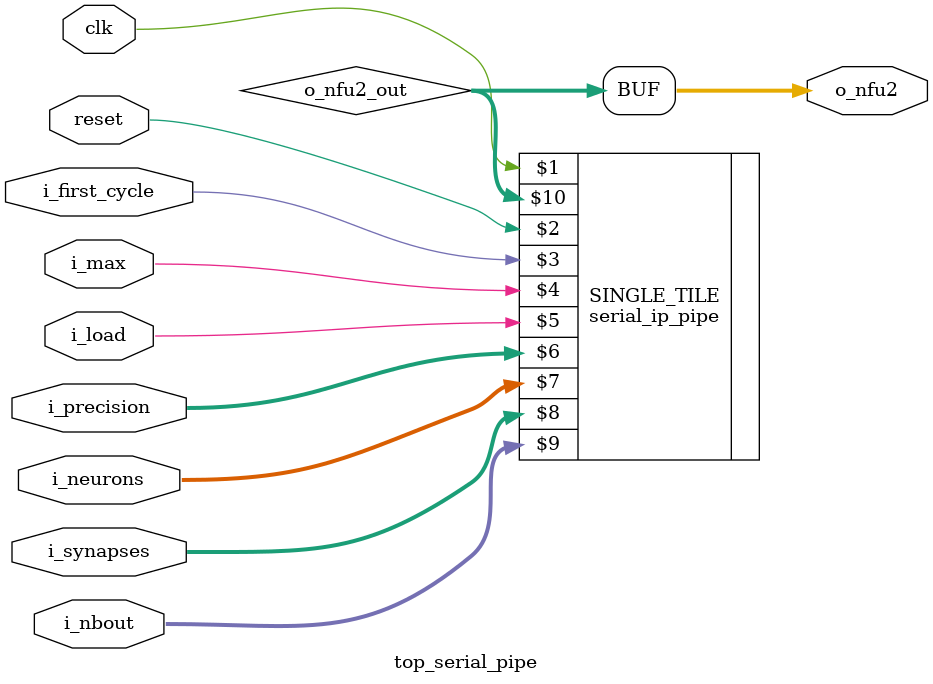
<source format=v>
module top_serial_pipe (
                clk,
                reset,
                i_first_cycle,
                i_max,
				i_load,
			    i_precision,
                i_neurons,
                i_synapses,
                i_nbout,
                o_nfu2
    );

    parameter N = 16;  // Synapse bits
    parameter Ti = 16; // neuron tiling
    parameter Tn = 16; // synapse tiling
    parameter Tw = 16; // Window tiling, number of windows processed in parallel

    input clk;
    input reset;
    input i_first_cycle;
    input i_max;
    input i_load;
	  input [4:0] i_precision;
    input [Ti-1:0] i_neurons;
    //input [Ti-1:0][N-1:0] i_synapses;
    input [Ti*N-1:0] i_synapses;
    input [N-1:0] i_nbout;

    output [N-1:0] o_nfu2;
    
    reg [N-1:0] o_nfu2_out;

    assign o_nfu2 = o_nfu2_out;

    serial_ip_pipe SINGLE_TILE (
        clk,
        reset,
        i_first_cycle,
        i_max,
        i_load,
        i_precision,
        i_neurons,
        i_synapses,
        i_nbout,
        o_nfu2_out
    );

        

endmodule


</source>
